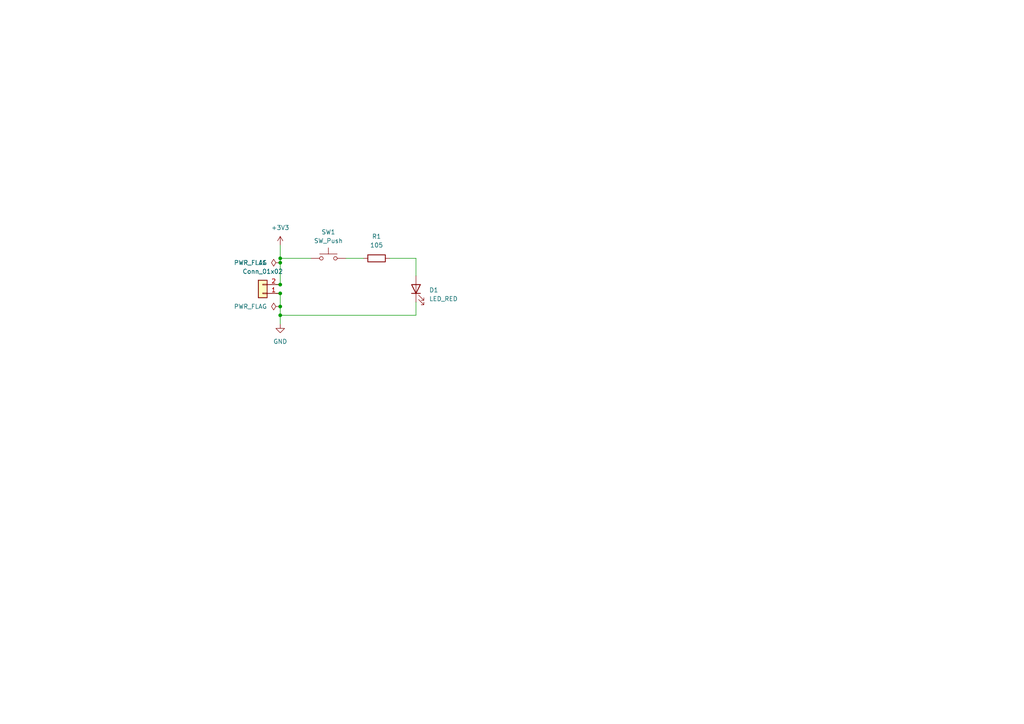
<source format=kicad_sch>
(kicad_sch (version 20231120) (generator "eeschema") (generator_version "8.0")
  (paper "A4")
  (title_block (title "LED Circuit") (date "2024-09-16") (rev "1.0") (company "Illini Solar Car") (comment 9 "Designed by Mihir Tandon"))
  (lib_symbols
    (symbol "Connector_Generic:Conn_01x02" (pin_names (offset 1.016) hide)
      (property "Reference" "J" (at 0 2.54 0))
      (property "Value" "Conn_01x02" (at 0 -5.08 0))
      (symbol "Conn_01x02_1_1"
        (rectangle (start -1.27 -2.413) (end 0 -2.667) (stroke (width 0.1524)))
        (rectangle (start -1.27 0.127) (end 0 -0.127) (stroke (width 0.1524)))
        (rectangle (start -1.27 1.27) (end 1.27 -3.81) (stroke (width 0.254)) (fill (type background)))
        (pin passive line (at -5.08 0 0) (length 3.81) (name "Pin_1") (number "1"))
        (pin passive line (at -5.08 -2.54 0) (length 3.81) (name "Pin_2") (number "2"))
      )
    )
    (symbol "Device:LED" (pin_numbers hide) (pin_names (offset 1.016) hide)
      (property "Reference" "D" (at 0 2.54 0))
      (property "Value" "LED" (at 0 -2.54 0))
      (symbol "LED_0_1"
        (polyline (pts (xy -1.27 -1.27) (xy -1.27 1.27)) (stroke (width 0.254)))
        (polyline (pts (xy -1.27 0) (xy 1.27 0)))
        (polyline (pts (xy 1.27 -1.27) (xy 1.27 1.27) (xy -1.27 0) (xy 1.27 -1.27)) (stroke (width 0.254)))
        (polyline (pts (xy -3.048 -0.762) (xy -4.572 -2.286) (xy -3.81 -2.286) (xy -4.572 -2.286) (xy -4.572 -1.524)))
        (polyline (pts (xy -1.778 -0.762) (xy -3.302 -2.286) (xy -2.54 -2.286) (xy -3.302 -2.286) (xy -3.302 -1.524)))
      )
      (symbol "LED_1_1"
        (pin passive line (at -3.81 0 0) (length 2.54) (name "K") (number "1"))
        (pin passive line (at 3.81 0 180) (length 2.54) (name "A") (number "2"))
      )
    )
    (symbol "Device:R" (pin_numbers hide) (pin_names (offset 0))
      (property "Reference" "R" (at 2.032 0 90))
      (property "Value" "R" (at 0 0 90))
      (symbol "R_0_1"
        (rectangle (start -1.016 -2.54) (end 1.016 2.54) (stroke (width 0.254)))
      )
      (symbol "R_1_1"
        (pin passive line (at 0 3.81 270) (length 1.27) (name "~") (number "1"))
        (pin passive line (at 0 -3.81 90) (length 1.27) (name "~") (number "2"))
      )
    )
    (symbol "Switch:SW_Push" (pin_numbers hide) (pin_names (offset 1.016) hide)
      (property "Reference" "SW" (at 1.27 2.54 0))
      (property "Value" "SW_Push" (at 0 -1.524 0))
      (symbol "SW_Push_0_1"
        (circle (center -2.032 0) (radius 0.508))
        (polyline (pts (xy 0 1.27) (xy 0 3.048)))
        (polyline (pts (xy 2.54 1.27) (xy -2.54 1.27)))
        (circle (center 2.032 0) (radius 0.508))
        (pin passive line (at -5.08 0 0) (length 2.54) (name "1") (number "1"))
        (pin passive line (at 5.08 0 180) (length 2.54) (name "2") (number "2"))
      )
    )
    (symbol "power:+3V3" (power) (pin_names (offset 0))
      (property "Value" "+3V3" (at 0 3.556 0))
      (symbol "+3V3_0_1"
        (polyline (pts (xy -0.762 1.27) (xy 0 2.54)))
        (polyline (pts (xy 0 0) (xy 0 2.54)))
        (polyline (pts (xy 0 2.54) (xy 0.762 1.27)))
      )
      (symbol "+3V3_1_1"
        (pin power_in line (at 0 0 90) (length 0) hide (name "+3V3") (number "1"))
      )
    )
    (symbol "power:GND" (power) (pin_names (offset 0))
      (property "Value" "GND" (at 0 -3.81 0))
      (symbol "GND_0_1"
        (polyline (pts (xy 0 0) (xy 0 -1.27) (xy 1.27 -1.27) (xy 0 -2.54) (xy -1.27 -1.27) (xy 0 -1.27)))
      )
      (symbol "GND_1_1"
        (pin power_in line (at 0 0 270) (length 0) hide (name "GND") (number "1"))
      )
    )
    (symbol "power:PWR_FLAG" (power) (pin_numbers hide) (pin_names (offset 0) hide)
      (property "Value" "PWR_FLAG" (at 0 3.81 0))
      (symbol "PWR_FLAG_0_0"
        (pin power_out line (at 0 0 90) (length 0) (name "pwr") (number "1"))
      )
      (symbol "PWR_FLAG_0_1"
        (polyline (pts (xy 0 0) (xy 0 1.27) (xy -1.016 1.905) (xy 0 2.54) (xy 1.016 1.905) (xy 0 1.27)))
      )
    )
  )
  (junction (at 81.28 82.55))
  (junction (at 81.28 74.93))
  (junction (at 81.28 76.2))
  (junction (at 81.28 88.9))
  (junction (at 81.28 91.44))
  (junction (at 81.28 85.09))
  (wire (pts (xy 120.65 74.93) (xy 113.03 74.93)))
  (wire (pts (xy 120.65 74.93) (xy 120.65 80.01)))
  (wire (pts (xy 81.28 91.44) (xy 120.65 91.44)))
  (wire (pts (xy 81.28 85.09) (xy 81.28 88.9)))
  (wire (pts (xy 80.01 82.55) (xy 81.28 82.55)))
  (wire (pts (xy 81.28 74.93) (xy 90.17 74.93)))
  (wire (pts (xy 80.01 85.09) (xy 81.28 85.09)))
  (wire (pts (xy 81.28 76.2) (xy 81.28 74.93)))
  (wire (pts (xy 81.28 88.9) (xy 81.28 91.44)))
  (wire (pts (xy 100.33 74.93) (xy 105.41 74.93)))
  (wire (pts (xy 120.65 87.63) (xy 120.65 91.44)))
  (wire (pts (xy 81.28 82.55) (xy 81.28 76.2)))
  (wire (pts (xy 81.28 91.44) (xy 81.28 93.98)))
  (wire (pts (xy 81.28 74.93) (xy 81.28 71.12)))
  (symbol (lib_id "power:+3V3") (at 81.28 71.12 0) (unit 1)
    (property "Reference" "#PWR01" (effects (hide yes)))
    (property "Value" "+3V3" (at 81.28 66.04 0))
    (property "Description" "Power symbol creates a global label with name \"+3V3\"" (effects (hide yes)))
  )
  (symbol (lib_id "power:PWR_FLAG") (at 81.28 76.2 90) (unit 1)
    (property "Reference" "#FLG01" (effects (hide yes)))
    (property "Value" "PWR_FLAG" (at 77.47 76.1999 90) (effects (justify left)))
    (property "Description" "Special symbol for telling ERC where power comes from" (effects (hide yes)))
  )
  (symbol (lib_id "power:PWR_FLAG") (at 81.28 88.9 90) (unit 1)
    (property "Reference" "#FLG02" (effects (hide yes)))
    (property "Value" "PWR_FLAG" (at 77.47 88.8999 90) (effects (justify left)))
    (property "Description" "Special symbol for telling ERC where power comes from" (effects (hide yes)))
  )
  (symbol (lib_id "Device:R") (at 109.22 74.93 90) (unit 1)
    (property "Reference" "R1" (at 109.22 68.58 90))
    (property "Value" "105" (at 109.22 71.12 90))
    (property "Footprint" "Resistor_SMD:R_0603_1608Metric_Pad0.98x0.95mm_HandSolder" (effects (hide yes)))
    (property "Description" "Resistor" (effects (hide yes)))
  )
  (symbol (lib_id "power:GND") (at 81.28 93.98 0) (unit 1)
    (property "Reference" "#PWR02" (effects (hide yes)))
    (property "Value" "GND" (at 81.28 99.06 0))
    (property "Description" "Power symbol creates a global label with name \"GND\" , ground" (effects (hide yes)))
  )
  (symbol (lib_id "Device:LED") (at 120.65 83.82 90) (unit 1)
    (property "Reference" "D1" (at 124.46 84.1374 90) (effects (justify right)))
    (property "Value" "LED_RED" (at 124.46 86.6774 90) (effects (justify right)))
    (property "Footprint" "layout:LED_0603_Symbol_on_F.SilkS" (effects (hide yes)))
    (property "Description" "Light emitting diode" (effects (hide yes)))
  )
  (symbol (lib_id "Connector_Generic:Conn_01x02") (at 76.2 85.09 180) (unit 1)
    (property "Reference" "J1" (at 76.2 76.2 0))
    (property "Value" "Conn_01x02" (at 76.2 78.74 0))
    (property "Footprint" "Connector_Molex:Molex_KK-254_AE-6410-02A_1x02_P2.54mm_Vertical" (effects (hide yes)))
    (property "Datasheet" "https://www.molex.com/content/dam/molex/molex-dot-com/products/automated/en-us/salesdrawingpdf/641/6410/022272021_sd.pdf?inline" (effects (hide yes)))
    (property "Description" "Generic connector, single row, 01x02, script generated (kicad-library-utils/schlib/autogen/connector/)" (effects (hide yes)))
    (property "MPN" "022272021" (effects (hide yes)))
  )
  (symbol (lib_id "Switch:SW_Push") (at 95.25 74.93 0) (unit 1)
    (property "Reference" "SW1" (at 95.25 67.31 0))
    (property "Value" "SW_Push" (at 95.25 69.85 0))
    (property "Footprint" "Button_Switch_SMD:SW_DIP_SPSTx01_Slide_6.7x4.1mm_W8.61mm_P2.54mm_LowProfile" (effects (hide yes)))
    (property "Datasheet" "https://www.te.com/usa-en/product-1825910-6.datasheet.pdf" (effects (hide yes)))
    (property "Description" "Push button switch, generic, two pins" (effects (hide yes)))
    (property "MPN" "1825910-6" (effects (hide yes)))
  )
)
</source>
